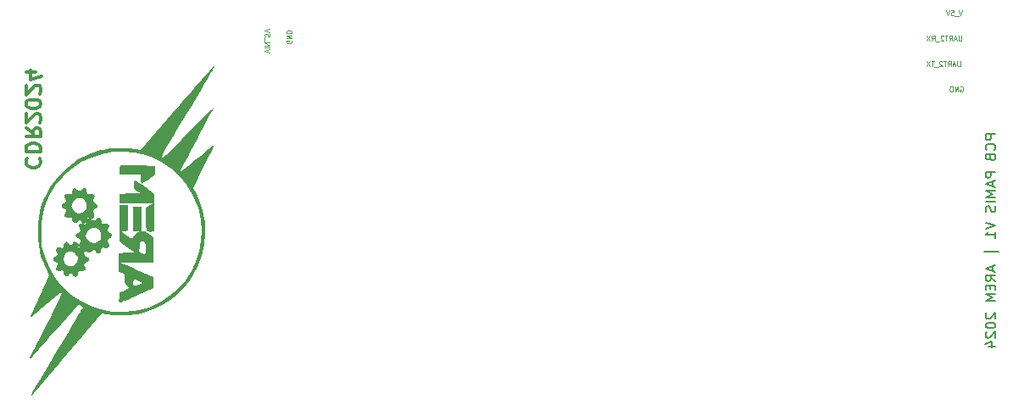
<source format=gbr>
%TF.GenerationSoftware,KiCad,Pcbnew,8.0.0*%
%TF.CreationDate,2024-03-29T21:56:35+01:00*%
%TF.ProjectId,carte_generale,63617274-655f-4676-956e-6572616c652e,Cyril_ Eliott*%
%TF.SameCoordinates,Original*%
%TF.FileFunction,Legend,Bot*%
%TF.FilePolarity,Positive*%
%FSLAX46Y46*%
G04 Gerber Fmt 4.6, Leading zero omitted, Abs format (unit mm)*
G04 Created by KiCad (PCBNEW 8.0.0) date 2024-03-29 21:56:35*
%MOMM*%
%LPD*%
G01*
G04 APERTURE LIST*
%ADD10C,0.150000*%
%ADD11C,0.300000*%
%ADD12C,0.125000*%
%ADD13C,0.000000*%
G04 APERTURE END LIST*
D10*
X244869819Y-76336779D02*
X243869819Y-76336779D01*
X243869819Y-76336779D02*
X243869819Y-76717731D01*
X243869819Y-76717731D02*
X243917438Y-76812969D01*
X243917438Y-76812969D02*
X243965057Y-76860588D01*
X243965057Y-76860588D02*
X244060295Y-76908207D01*
X244060295Y-76908207D02*
X244203152Y-76908207D01*
X244203152Y-76908207D02*
X244298390Y-76860588D01*
X244298390Y-76860588D02*
X244346009Y-76812969D01*
X244346009Y-76812969D02*
X244393628Y-76717731D01*
X244393628Y-76717731D02*
X244393628Y-76336779D01*
X244774580Y-77908207D02*
X244822200Y-77860588D01*
X244822200Y-77860588D02*
X244869819Y-77717731D01*
X244869819Y-77717731D02*
X244869819Y-77622493D01*
X244869819Y-77622493D02*
X244822200Y-77479636D01*
X244822200Y-77479636D02*
X244726961Y-77384398D01*
X244726961Y-77384398D02*
X244631723Y-77336779D01*
X244631723Y-77336779D02*
X244441247Y-77289160D01*
X244441247Y-77289160D02*
X244298390Y-77289160D01*
X244298390Y-77289160D02*
X244107914Y-77336779D01*
X244107914Y-77336779D02*
X244012676Y-77384398D01*
X244012676Y-77384398D02*
X243917438Y-77479636D01*
X243917438Y-77479636D02*
X243869819Y-77622493D01*
X243869819Y-77622493D02*
X243869819Y-77717731D01*
X243869819Y-77717731D02*
X243917438Y-77860588D01*
X243917438Y-77860588D02*
X243965057Y-77908207D01*
X244346009Y-78670112D02*
X244393628Y-78812969D01*
X244393628Y-78812969D02*
X244441247Y-78860588D01*
X244441247Y-78860588D02*
X244536485Y-78908207D01*
X244536485Y-78908207D02*
X244679342Y-78908207D01*
X244679342Y-78908207D02*
X244774580Y-78860588D01*
X244774580Y-78860588D02*
X244822200Y-78812969D01*
X244822200Y-78812969D02*
X244869819Y-78717731D01*
X244869819Y-78717731D02*
X244869819Y-78336779D01*
X244869819Y-78336779D02*
X243869819Y-78336779D01*
X243869819Y-78336779D02*
X243869819Y-78670112D01*
X243869819Y-78670112D02*
X243917438Y-78765350D01*
X243917438Y-78765350D02*
X243965057Y-78812969D01*
X243965057Y-78812969D02*
X244060295Y-78860588D01*
X244060295Y-78860588D02*
X244155533Y-78860588D01*
X244155533Y-78860588D02*
X244250771Y-78812969D01*
X244250771Y-78812969D02*
X244298390Y-78765350D01*
X244298390Y-78765350D02*
X244346009Y-78670112D01*
X244346009Y-78670112D02*
X244346009Y-78336779D01*
X244869819Y-80098684D02*
X243869819Y-80098684D01*
X243869819Y-80098684D02*
X243869819Y-80479636D01*
X243869819Y-80479636D02*
X243917438Y-80574874D01*
X243917438Y-80574874D02*
X243965057Y-80622493D01*
X243965057Y-80622493D02*
X244060295Y-80670112D01*
X244060295Y-80670112D02*
X244203152Y-80670112D01*
X244203152Y-80670112D02*
X244298390Y-80622493D01*
X244298390Y-80622493D02*
X244346009Y-80574874D01*
X244346009Y-80574874D02*
X244393628Y-80479636D01*
X244393628Y-80479636D02*
X244393628Y-80098684D01*
X244584104Y-81051065D02*
X244584104Y-81527255D01*
X244869819Y-80955827D02*
X243869819Y-81289160D01*
X243869819Y-81289160D02*
X244869819Y-81622493D01*
X244869819Y-81955827D02*
X243869819Y-81955827D01*
X243869819Y-81955827D02*
X244584104Y-82289160D01*
X244584104Y-82289160D02*
X243869819Y-82622493D01*
X243869819Y-82622493D02*
X244869819Y-82622493D01*
X244869819Y-83098684D02*
X243869819Y-83098684D01*
X244822200Y-83527255D02*
X244869819Y-83670112D01*
X244869819Y-83670112D02*
X244869819Y-83908207D01*
X244869819Y-83908207D02*
X244822200Y-84003445D01*
X244822200Y-84003445D02*
X244774580Y-84051064D01*
X244774580Y-84051064D02*
X244679342Y-84098683D01*
X244679342Y-84098683D02*
X244584104Y-84098683D01*
X244584104Y-84098683D02*
X244488866Y-84051064D01*
X244488866Y-84051064D02*
X244441247Y-84003445D01*
X244441247Y-84003445D02*
X244393628Y-83908207D01*
X244393628Y-83908207D02*
X244346009Y-83717731D01*
X244346009Y-83717731D02*
X244298390Y-83622493D01*
X244298390Y-83622493D02*
X244250771Y-83574874D01*
X244250771Y-83574874D02*
X244155533Y-83527255D01*
X244155533Y-83527255D02*
X244060295Y-83527255D01*
X244060295Y-83527255D02*
X243965057Y-83574874D01*
X243965057Y-83574874D02*
X243917438Y-83622493D01*
X243917438Y-83622493D02*
X243869819Y-83717731D01*
X243869819Y-83717731D02*
X243869819Y-83955826D01*
X243869819Y-83955826D02*
X243917438Y-84098683D01*
X243869819Y-85146303D02*
X244869819Y-85479636D01*
X244869819Y-85479636D02*
X243869819Y-85812969D01*
X244869819Y-86670112D02*
X244869819Y-86098684D01*
X244869819Y-86384398D02*
X243869819Y-86384398D01*
X243869819Y-86384398D02*
X244012676Y-86289160D01*
X244012676Y-86289160D02*
X244107914Y-86193922D01*
X244107914Y-86193922D02*
X244155533Y-86098684D01*
X245203152Y-88098684D02*
X243774580Y-88098684D01*
X244584104Y-89527256D02*
X244584104Y-90003446D01*
X244869819Y-89432018D02*
X243869819Y-89765351D01*
X243869819Y-89765351D02*
X244869819Y-90098684D01*
X244869819Y-91003446D02*
X244393628Y-90670113D01*
X244869819Y-90432018D02*
X243869819Y-90432018D01*
X243869819Y-90432018D02*
X243869819Y-90812970D01*
X243869819Y-90812970D02*
X243917438Y-90908208D01*
X243917438Y-90908208D02*
X243965057Y-90955827D01*
X243965057Y-90955827D02*
X244060295Y-91003446D01*
X244060295Y-91003446D02*
X244203152Y-91003446D01*
X244203152Y-91003446D02*
X244298390Y-90955827D01*
X244298390Y-90955827D02*
X244346009Y-90908208D01*
X244346009Y-90908208D02*
X244393628Y-90812970D01*
X244393628Y-90812970D02*
X244393628Y-90432018D01*
X244346009Y-91432018D02*
X244346009Y-91765351D01*
X244869819Y-91908208D02*
X244869819Y-91432018D01*
X244869819Y-91432018D02*
X243869819Y-91432018D01*
X243869819Y-91432018D02*
X243869819Y-91908208D01*
X244869819Y-92336780D02*
X243869819Y-92336780D01*
X243869819Y-92336780D02*
X244584104Y-92670113D01*
X244584104Y-92670113D02*
X243869819Y-93003446D01*
X243869819Y-93003446D02*
X244869819Y-93003446D01*
X243965057Y-94193923D02*
X243917438Y-94241542D01*
X243917438Y-94241542D02*
X243869819Y-94336780D01*
X243869819Y-94336780D02*
X243869819Y-94574875D01*
X243869819Y-94574875D02*
X243917438Y-94670113D01*
X243917438Y-94670113D02*
X243965057Y-94717732D01*
X243965057Y-94717732D02*
X244060295Y-94765351D01*
X244060295Y-94765351D02*
X244155533Y-94765351D01*
X244155533Y-94765351D02*
X244298390Y-94717732D01*
X244298390Y-94717732D02*
X244869819Y-94146304D01*
X244869819Y-94146304D02*
X244869819Y-94765351D01*
X243869819Y-95384399D02*
X243869819Y-95479637D01*
X243869819Y-95479637D02*
X243917438Y-95574875D01*
X243917438Y-95574875D02*
X243965057Y-95622494D01*
X243965057Y-95622494D02*
X244060295Y-95670113D01*
X244060295Y-95670113D02*
X244250771Y-95717732D01*
X244250771Y-95717732D02*
X244488866Y-95717732D01*
X244488866Y-95717732D02*
X244679342Y-95670113D01*
X244679342Y-95670113D02*
X244774580Y-95622494D01*
X244774580Y-95622494D02*
X244822200Y-95574875D01*
X244822200Y-95574875D02*
X244869819Y-95479637D01*
X244869819Y-95479637D02*
X244869819Y-95384399D01*
X244869819Y-95384399D02*
X244822200Y-95289161D01*
X244822200Y-95289161D02*
X244774580Y-95241542D01*
X244774580Y-95241542D02*
X244679342Y-95193923D01*
X244679342Y-95193923D02*
X244488866Y-95146304D01*
X244488866Y-95146304D02*
X244250771Y-95146304D01*
X244250771Y-95146304D02*
X244060295Y-95193923D01*
X244060295Y-95193923D02*
X243965057Y-95241542D01*
X243965057Y-95241542D02*
X243917438Y-95289161D01*
X243917438Y-95289161D02*
X243869819Y-95384399D01*
X243965057Y-96098685D02*
X243917438Y-96146304D01*
X243917438Y-96146304D02*
X243869819Y-96241542D01*
X243869819Y-96241542D02*
X243869819Y-96479637D01*
X243869819Y-96479637D02*
X243917438Y-96574875D01*
X243917438Y-96574875D02*
X243965057Y-96622494D01*
X243965057Y-96622494D02*
X244060295Y-96670113D01*
X244060295Y-96670113D02*
X244155533Y-96670113D01*
X244155533Y-96670113D02*
X244298390Y-96622494D01*
X244298390Y-96622494D02*
X244869819Y-96051066D01*
X244869819Y-96051066D02*
X244869819Y-96670113D01*
X244203152Y-97527256D02*
X244869819Y-97527256D01*
X243822200Y-97289161D02*
X244536485Y-97051066D01*
X244536485Y-97051066D02*
X244536485Y-97670113D01*
D11*
X148170028Y-78725346D02*
X148098600Y-78796774D01*
X148098600Y-78796774D02*
X148027171Y-79011060D01*
X148027171Y-79011060D02*
X148027171Y-79153917D01*
X148027171Y-79153917D02*
X148098600Y-79368203D01*
X148098600Y-79368203D02*
X148241457Y-79511060D01*
X148241457Y-79511060D02*
X148384314Y-79582489D01*
X148384314Y-79582489D02*
X148670028Y-79653917D01*
X148670028Y-79653917D02*
X148884314Y-79653917D01*
X148884314Y-79653917D02*
X149170028Y-79582489D01*
X149170028Y-79582489D02*
X149312885Y-79511060D01*
X149312885Y-79511060D02*
X149455742Y-79368203D01*
X149455742Y-79368203D02*
X149527171Y-79153917D01*
X149527171Y-79153917D02*
X149527171Y-79011060D01*
X149527171Y-79011060D02*
X149455742Y-78796774D01*
X149455742Y-78796774D02*
X149384314Y-78725346D01*
X148027171Y-78082489D02*
X149527171Y-78082489D01*
X149527171Y-78082489D02*
X149527171Y-77725346D01*
X149527171Y-77725346D02*
X149455742Y-77511060D01*
X149455742Y-77511060D02*
X149312885Y-77368203D01*
X149312885Y-77368203D02*
X149170028Y-77296774D01*
X149170028Y-77296774D02*
X148884314Y-77225346D01*
X148884314Y-77225346D02*
X148670028Y-77225346D01*
X148670028Y-77225346D02*
X148384314Y-77296774D01*
X148384314Y-77296774D02*
X148241457Y-77368203D01*
X148241457Y-77368203D02*
X148098600Y-77511060D01*
X148098600Y-77511060D02*
X148027171Y-77725346D01*
X148027171Y-77725346D02*
X148027171Y-78082489D01*
X148027171Y-75725346D02*
X148741457Y-76225346D01*
X148027171Y-76582489D02*
X149527171Y-76582489D01*
X149527171Y-76582489D02*
X149527171Y-76011060D01*
X149527171Y-76011060D02*
X149455742Y-75868203D01*
X149455742Y-75868203D02*
X149384314Y-75796774D01*
X149384314Y-75796774D02*
X149241457Y-75725346D01*
X149241457Y-75725346D02*
X149027171Y-75725346D01*
X149027171Y-75725346D02*
X148884314Y-75796774D01*
X148884314Y-75796774D02*
X148812885Y-75868203D01*
X148812885Y-75868203D02*
X148741457Y-76011060D01*
X148741457Y-76011060D02*
X148741457Y-76582489D01*
X149384314Y-75153917D02*
X149455742Y-75082489D01*
X149455742Y-75082489D02*
X149527171Y-74939632D01*
X149527171Y-74939632D02*
X149527171Y-74582489D01*
X149527171Y-74582489D02*
X149455742Y-74439632D01*
X149455742Y-74439632D02*
X149384314Y-74368203D01*
X149384314Y-74368203D02*
X149241457Y-74296774D01*
X149241457Y-74296774D02*
X149098600Y-74296774D01*
X149098600Y-74296774D02*
X148884314Y-74368203D01*
X148884314Y-74368203D02*
X148027171Y-75225346D01*
X148027171Y-75225346D02*
X148027171Y-74296774D01*
X149527171Y-73368203D02*
X149527171Y-73225346D01*
X149527171Y-73225346D02*
X149455742Y-73082489D01*
X149455742Y-73082489D02*
X149384314Y-73011061D01*
X149384314Y-73011061D02*
X149241457Y-72939632D01*
X149241457Y-72939632D02*
X148955742Y-72868203D01*
X148955742Y-72868203D02*
X148598600Y-72868203D01*
X148598600Y-72868203D02*
X148312885Y-72939632D01*
X148312885Y-72939632D02*
X148170028Y-73011061D01*
X148170028Y-73011061D02*
X148098600Y-73082489D01*
X148098600Y-73082489D02*
X148027171Y-73225346D01*
X148027171Y-73225346D02*
X148027171Y-73368203D01*
X148027171Y-73368203D02*
X148098600Y-73511061D01*
X148098600Y-73511061D02*
X148170028Y-73582489D01*
X148170028Y-73582489D02*
X148312885Y-73653918D01*
X148312885Y-73653918D02*
X148598600Y-73725346D01*
X148598600Y-73725346D02*
X148955742Y-73725346D01*
X148955742Y-73725346D02*
X149241457Y-73653918D01*
X149241457Y-73653918D02*
X149384314Y-73582489D01*
X149384314Y-73582489D02*
X149455742Y-73511061D01*
X149455742Y-73511061D02*
X149527171Y-73368203D01*
X149384314Y-72296775D02*
X149455742Y-72225347D01*
X149455742Y-72225347D02*
X149527171Y-72082490D01*
X149527171Y-72082490D02*
X149527171Y-71725347D01*
X149527171Y-71725347D02*
X149455742Y-71582490D01*
X149455742Y-71582490D02*
X149384314Y-71511061D01*
X149384314Y-71511061D02*
X149241457Y-71439632D01*
X149241457Y-71439632D02*
X149098600Y-71439632D01*
X149098600Y-71439632D02*
X148884314Y-71511061D01*
X148884314Y-71511061D02*
X148027171Y-72368204D01*
X148027171Y-72368204D02*
X148027171Y-71439632D01*
X149027171Y-70153919D02*
X148027171Y-70153919D01*
X149598600Y-70511061D02*
X148527171Y-70868204D01*
X148527171Y-70868204D02*
X148527171Y-69939633D01*
D12*
X241344811Y-71592119D02*
X241392430Y-71568309D01*
X241392430Y-71568309D02*
X241463859Y-71568309D01*
X241463859Y-71568309D02*
X241535287Y-71592119D01*
X241535287Y-71592119D02*
X241582906Y-71639738D01*
X241582906Y-71639738D02*
X241606716Y-71687357D01*
X241606716Y-71687357D02*
X241630525Y-71782595D01*
X241630525Y-71782595D02*
X241630525Y-71854023D01*
X241630525Y-71854023D02*
X241606716Y-71949261D01*
X241606716Y-71949261D02*
X241582906Y-71996880D01*
X241582906Y-71996880D02*
X241535287Y-72044500D01*
X241535287Y-72044500D02*
X241463859Y-72068309D01*
X241463859Y-72068309D02*
X241416240Y-72068309D01*
X241416240Y-72068309D02*
X241344811Y-72044500D01*
X241344811Y-72044500D02*
X241321002Y-72020690D01*
X241321002Y-72020690D02*
X241321002Y-71854023D01*
X241321002Y-71854023D02*
X241416240Y-71854023D01*
X241106716Y-72068309D02*
X241106716Y-71568309D01*
X241106716Y-71568309D02*
X240821002Y-72068309D01*
X240821002Y-72068309D02*
X240821002Y-71568309D01*
X240582906Y-72068309D02*
X240582906Y-71568309D01*
X240582906Y-71568309D02*
X240463858Y-71568309D01*
X240463858Y-71568309D02*
X240392430Y-71592119D01*
X240392430Y-71592119D02*
X240344811Y-71639738D01*
X240344811Y-71639738D02*
X240321001Y-71687357D01*
X240321001Y-71687357D02*
X240297192Y-71782595D01*
X240297192Y-71782595D02*
X240297192Y-71854023D01*
X240297192Y-71854023D02*
X240321001Y-71949261D01*
X240321001Y-71949261D02*
X240344811Y-71996880D01*
X240344811Y-71996880D02*
X240392430Y-72044500D01*
X240392430Y-72044500D02*
X240463858Y-72068309D01*
X240463858Y-72068309D02*
X240582906Y-72068309D01*
X241551144Y-63948309D02*
X241384478Y-64448309D01*
X241384478Y-64448309D02*
X241217811Y-63948309D01*
X241170193Y-64495928D02*
X240789240Y-64495928D01*
X240432098Y-63948309D02*
X240670193Y-63948309D01*
X240670193Y-63948309D02*
X240694002Y-64186404D01*
X240694002Y-64186404D02*
X240670193Y-64162595D01*
X240670193Y-64162595D02*
X240622574Y-64138785D01*
X240622574Y-64138785D02*
X240503526Y-64138785D01*
X240503526Y-64138785D02*
X240455907Y-64162595D01*
X240455907Y-64162595D02*
X240432098Y-64186404D01*
X240432098Y-64186404D02*
X240408288Y-64234023D01*
X240408288Y-64234023D02*
X240408288Y-64353071D01*
X240408288Y-64353071D02*
X240432098Y-64400690D01*
X240432098Y-64400690D02*
X240455907Y-64424500D01*
X240455907Y-64424500D02*
X240503526Y-64448309D01*
X240503526Y-64448309D02*
X240622574Y-64448309D01*
X240622574Y-64448309D02*
X240670193Y-64424500D01*
X240670193Y-64424500D02*
X240694002Y-64400690D01*
X240265431Y-63948309D02*
X240098765Y-64448309D01*
X240098765Y-64448309D02*
X239932098Y-63948309D01*
X174533880Y-66973811D02*
X174557690Y-67021430D01*
X174557690Y-67021430D02*
X174557690Y-67092859D01*
X174557690Y-67092859D02*
X174533880Y-67164287D01*
X174533880Y-67164287D02*
X174486261Y-67211906D01*
X174486261Y-67211906D02*
X174438642Y-67235716D01*
X174438642Y-67235716D02*
X174343404Y-67259525D01*
X174343404Y-67259525D02*
X174271976Y-67259525D01*
X174271976Y-67259525D02*
X174176738Y-67235716D01*
X174176738Y-67235716D02*
X174129119Y-67211906D01*
X174129119Y-67211906D02*
X174081500Y-67164287D01*
X174081500Y-67164287D02*
X174057690Y-67092859D01*
X174057690Y-67092859D02*
X174057690Y-67045240D01*
X174057690Y-67045240D02*
X174081500Y-66973811D01*
X174081500Y-66973811D02*
X174105309Y-66950002D01*
X174105309Y-66950002D02*
X174271976Y-66950002D01*
X174271976Y-66950002D02*
X174271976Y-67045240D01*
X174057690Y-66735716D02*
X174557690Y-66735716D01*
X174557690Y-66735716D02*
X174057690Y-66450002D01*
X174057690Y-66450002D02*
X174557690Y-66450002D01*
X174057690Y-66211906D02*
X174557690Y-66211906D01*
X174557690Y-66211906D02*
X174557690Y-66092858D01*
X174557690Y-66092858D02*
X174533880Y-66021430D01*
X174533880Y-66021430D02*
X174486261Y-65973811D01*
X174486261Y-65973811D02*
X174438642Y-65950001D01*
X174438642Y-65950001D02*
X174343404Y-65926192D01*
X174343404Y-65926192D02*
X174271976Y-65926192D01*
X174271976Y-65926192D02*
X174176738Y-65950001D01*
X174176738Y-65950001D02*
X174129119Y-65973811D01*
X174129119Y-65973811D02*
X174081500Y-66021430D01*
X174081500Y-66021430D02*
X174057690Y-66092858D01*
X174057690Y-66092858D02*
X174057690Y-66211906D01*
X241479716Y-66488309D02*
X241479716Y-66893071D01*
X241479716Y-66893071D02*
X241455906Y-66940690D01*
X241455906Y-66940690D02*
X241432097Y-66964500D01*
X241432097Y-66964500D02*
X241384478Y-66988309D01*
X241384478Y-66988309D02*
X241289240Y-66988309D01*
X241289240Y-66988309D02*
X241241621Y-66964500D01*
X241241621Y-66964500D02*
X241217811Y-66940690D01*
X241217811Y-66940690D02*
X241194002Y-66893071D01*
X241194002Y-66893071D02*
X241194002Y-66488309D01*
X240979715Y-66845452D02*
X240741620Y-66845452D01*
X241027334Y-66988309D02*
X240860668Y-66488309D01*
X240860668Y-66488309D02*
X240694001Y-66988309D01*
X240241621Y-66988309D02*
X240408287Y-66750214D01*
X240527335Y-66988309D02*
X240527335Y-66488309D01*
X240527335Y-66488309D02*
X240336859Y-66488309D01*
X240336859Y-66488309D02*
X240289240Y-66512119D01*
X240289240Y-66512119D02*
X240265430Y-66535928D01*
X240265430Y-66535928D02*
X240241621Y-66583547D01*
X240241621Y-66583547D02*
X240241621Y-66654976D01*
X240241621Y-66654976D02*
X240265430Y-66702595D01*
X240265430Y-66702595D02*
X240289240Y-66726404D01*
X240289240Y-66726404D02*
X240336859Y-66750214D01*
X240336859Y-66750214D02*
X240527335Y-66750214D01*
X240098763Y-66488309D02*
X239813049Y-66488309D01*
X239955906Y-66988309D02*
X239955906Y-66488309D01*
X239670192Y-66535928D02*
X239646383Y-66512119D01*
X239646383Y-66512119D02*
X239598764Y-66488309D01*
X239598764Y-66488309D02*
X239479716Y-66488309D01*
X239479716Y-66488309D02*
X239432097Y-66512119D01*
X239432097Y-66512119D02*
X239408288Y-66535928D01*
X239408288Y-66535928D02*
X239384478Y-66583547D01*
X239384478Y-66583547D02*
X239384478Y-66631166D01*
X239384478Y-66631166D02*
X239408288Y-66702595D01*
X239408288Y-66702595D02*
X239694002Y-66988309D01*
X239694002Y-66988309D02*
X239384478Y-66988309D01*
X239289241Y-67035928D02*
X238908288Y-67035928D01*
X238503527Y-66988309D02*
X238670193Y-66750214D01*
X238789241Y-66988309D02*
X238789241Y-66488309D01*
X238789241Y-66488309D02*
X238598765Y-66488309D01*
X238598765Y-66488309D02*
X238551146Y-66512119D01*
X238551146Y-66512119D02*
X238527336Y-66535928D01*
X238527336Y-66535928D02*
X238503527Y-66583547D01*
X238503527Y-66583547D02*
X238503527Y-66654976D01*
X238503527Y-66654976D02*
X238527336Y-66702595D01*
X238527336Y-66702595D02*
X238551146Y-66726404D01*
X238551146Y-66726404D02*
X238598765Y-66750214D01*
X238598765Y-66750214D02*
X238789241Y-66750214D01*
X238336860Y-66488309D02*
X238003527Y-66988309D01*
X238003527Y-66488309D02*
X238336860Y-66988309D01*
X241352716Y-69028309D02*
X241352716Y-69433071D01*
X241352716Y-69433071D02*
X241328906Y-69480690D01*
X241328906Y-69480690D02*
X241305097Y-69504500D01*
X241305097Y-69504500D02*
X241257478Y-69528309D01*
X241257478Y-69528309D02*
X241162240Y-69528309D01*
X241162240Y-69528309D02*
X241114621Y-69504500D01*
X241114621Y-69504500D02*
X241090811Y-69480690D01*
X241090811Y-69480690D02*
X241067002Y-69433071D01*
X241067002Y-69433071D02*
X241067002Y-69028309D01*
X240852715Y-69385452D02*
X240614620Y-69385452D01*
X240900334Y-69528309D02*
X240733668Y-69028309D01*
X240733668Y-69028309D02*
X240567001Y-69528309D01*
X240114621Y-69528309D02*
X240281287Y-69290214D01*
X240400335Y-69528309D02*
X240400335Y-69028309D01*
X240400335Y-69028309D02*
X240209859Y-69028309D01*
X240209859Y-69028309D02*
X240162240Y-69052119D01*
X240162240Y-69052119D02*
X240138430Y-69075928D01*
X240138430Y-69075928D02*
X240114621Y-69123547D01*
X240114621Y-69123547D02*
X240114621Y-69194976D01*
X240114621Y-69194976D02*
X240138430Y-69242595D01*
X240138430Y-69242595D02*
X240162240Y-69266404D01*
X240162240Y-69266404D02*
X240209859Y-69290214D01*
X240209859Y-69290214D02*
X240400335Y-69290214D01*
X239971763Y-69028309D02*
X239686049Y-69028309D01*
X239828906Y-69528309D02*
X239828906Y-69028309D01*
X239543192Y-69075928D02*
X239519383Y-69052119D01*
X239519383Y-69052119D02*
X239471764Y-69028309D01*
X239471764Y-69028309D02*
X239352716Y-69028309D01*
X239352716Y-69028309D02*
X239305097Y-69052119D01*
X239305097Y-69052119D02*
X239281288Y-69075928D01*
X239281288Y-69075928D02*
X239257478Y-69123547D01*
X239257478Y-69123547D02*
X239257478Y-69171166D01*
X239257478Y-69171166D02*
X239281288Y-69242595D01*
X239281288Y-69242595D02*
X239567002Y-69528309D01*
X239567002Y-69528309D02*
X239257478Y-69528309D01*
X239162241Y-69575928D02*
X238781288Y-69575928D01*
X238733669Y-69028309D02*
X238447955Y-69028309D01*
X238590812Y-69528309D02*
X238590812Y-69028309D01*
X238328908Y-69028309D02*
X237995575Y-69528309D01*
X237995575Y-69028309D02*
X238328908Y-69528309D01*
X172398690Y-68196144D02*
X171898690Y-68029478D01*
X171898690Y-68029478D02*
X172398690Y-67862811D01*
X171898690Y-67696145D02*
X172398690Y-67696145D01*
X171898690Y-67458050D02*
X172398690Y-67458050D01*
X172398690Y-67458050D02*
X171898690Y-67172336D01*
X171898690Y-67172336D02*
X172398690Y-67172336D01*
X171851071Y-67053288D02*
X171851071Y-66672335D01*
X172398690Y-66315193D02*
X172398690Y-66553288D01*
X172398690Y-66553288D02*
X172160595Y-66577097D01*
X172160595Y-66577097D02*
X172184404Y-66553288D01*
X172184404Y-66553288D02*
X172208214Y-66505669D01*
X172208214Y-66505669D02*
X172208214Y-66386621D01*
X172208214Y-66386621D02*
X172184404Y-66339002D01*
X172184404Y-66339002D02*
X172160595Y-66315193D01*
X172160595Y-66315193D02*
X172112976Y-66291383D01*
X172112976Y-66291383D02*
X171993928Y-66291383D01*
X171993928Y-66291383D02*
X171946309Y-66315193D01*
X171946309Y-66315193D02*
X171922500Y-66339002D01*
X171922500Y-66339002D02*
X171898690Y-66386621D01*
X171898690Y-66386621D02*
X171898690Y-66505669D01*
X171898690Y-66505669D02*
X171922500Y-66553288D01*
X171922500Y-66553288D02*
X171946309Y-66577097D01*
X172398690Y-66148526D02*
X171898690Y-65981860D01*
X171898690Y-65981860D02*
X172398690Y-65815193D01*
D13*
%TO.C,Logo arem*%
G36*
X158283105Y-79420775D02*
G01*
X158747855Y-79429803D01*
X159269157Y-79445517D01*
X160963334Y-79505119D01*
X160960558Y-79936826D01*
X160957782Y-80368532D01*
X160302357Y-80813032D01*
X160143862Y-80919309D01*
X159875659Y-81093041D01*
X159678100Y-81212867D01*
X159585466Y-81257532D01*
X159560182Y-81216065D01*
X159534109Y-81046923D01*
X159524000Y-80791866D01*
X159524000Y-80326199D01*
X158465667Y-80326199D01*
X157407334Y-80326199D01*
X157407334Y-79907863D01*
X157412280Y-79763567D01*
X157442527Y-79545898D01*
X157491157Y-79437720D01*
X157498189Y-79434997D01*
X157631270Y-79423254D01*
X157901909Y-79418553D01*
X158283105Y-79420775D01*
G37*
G36*
X158989953Y-80956295D02*
G01*
X159114805Y-81034427D01*
X159341077Y-81190795D01*
X159639436Y-81404749D01*
X159980542Y-81655639D01*
X160867731Y-82315866D01*
X160852032Y-84178532D01*
X160836334Y-86041199D01*
X160637222Y-86069383D01*
X160484633Y-86076237D01*
X160235055Y-86046603D01*
X160196175Y-86036393D01*
X160127277Y-86005678D01*
X160080988Y-85942133D01*
X160052812Y-85818457D01*
X160038253Y-85607350D01*
X160032814Y-85281512D01*
X160032000Y-84813640D01*
X160032000Y-83631641D01*
X160391834Y-83439420D01*
X160751667Y-83247199D01*
X159079500Y-83224243D01*
X157407334Y-83201286D01*
X157407334Y-82740015D01*
X157407334Y-82278744D01*
X158438686Y-82254972D01*
X159470039Y-82231199D01*
X159159679Y-82019532D01*
X158966118Y-81878825D01*
X158835134Y-81729589D01*
X158797142Y-81546440D01*
X158822750Y-81263412D01*
X158837097Y-81171487D01*
X158896469Y-80985989D01*
X158981768Y-80952592D01*
X158989953Y-80956295D01*
G37*
G36*
X158254000Y-84681664D02*
G01*
X158254000Y-85989130D01*
X157909933Y-86015164D01*
X157565866Y-86041199D01*
X157997398Y-86362430D01*
X158210900Y-86518524D01*
X158440140Y-86669056D01*
X158583234Y-86726447D01*
X158666950Y-86699397D01*
X158718057Y-86596604D01*
X158739557Y-86549849D01*
X158878622Y-86379414D01*
X159084027Y-86209481D01*
X159393975Y-85998866D01*
X159077988Y-85998866D01*
X158762000Y-85998866D01*
X158762000Y-84766560D01*
X158762000Y-83534255D01*
X159164167Y-83560060D01*
X159566334Y-83585866D01*
X159549786Y-84792366D01*
X159548068Y-84920671D01*
X159544065Y-85357619D01*
X159547560Y-85657267D01*
X159561793Y-85845416D01*
X159590005Y-85947866D01*
X159635435Y-85990416D01*
X159701326Y-85998866D01*
X159900279Y-86037092D01*
X160190953Y-86166597D01*
X160466493Y-86349299D01*
X160656388Y-86544886D01*
X160672321Y-86570528D01*
X160725211Y-86691586D01*
X160759374Y-86860012D01*
X160777375Y-87106245D01*
X160781780Y-87460723D01*
X160775155Y-87953884D01*
X160751667Y-89145774D01*
X159864355Y-89144586D01*
X159100667Y-89143563D01*
X159016801Y-89143501D01*
X158525299Y-89145314D01*
X158107359Y-89150511D01*
X157786924Y-89158524D01*
X157587935Y-89168784D01*
X157534334Y-89180723D01*
X157542675Y-89184547D01*
X157670484Y-89242104D01*
X157923335Y-89355461D01*
X158276548Y-89513568D01*
X158705441Y-89705376D01*
X159185334Y-89919835D01*
X160751667Y-90619573D01*
X160776286Y-91169604D01*
X160800904Y-91719635D01*
X159209952Y-92411826D01*
X159107149Y-92456533D01*
X158863342Y-92562280D01*
X158624440Y-92665900D01*
X158193055Y-92852129D01*
X157838961Y-93004072D01*
X157588125Y-93110576D01*
X157466516Y-93160490D01*
X157387222Y-93175999D01*
X157343111Y-93124718D01*
X157330169Y-92971429D01*
X157339516Y-92682736D01*
X157365000Y-92148509D01*
X157893714Y-91931187D01*
X157896290Y-91930128D01*
X158161479Y-91814881D01*
X158350607Y-91720965D01*
X158422880Y-91668621D01*
X158421278Y-91662483D01*
X158338670Y-91585045D01*
X158169334Y-91473334D01*
X158048409Y-91393777D01*
X157959926Y-91285607D01*
X157932939Y-91163532D01*
X158762000Y-91163532D01*
X158762642Y-91230192D01*
X158785194Y-91410611D01*
X158863342Y-91482285D01*
X159028562Y-91455288D01*
X159312334Y-91339697D01*
X159651000Y-91189754D01*
X159294540Y-91007310D01*
X159182959Y-90952305D01*
X158972960Y-90860955D01*
X158850040Y-90824866D01*
X158830298Y-90833508D01*
X158781524Y-90951469D01*
X158762000Y-91163532D01*
X157932939Y-91163532D01*
X157922844Y-91117866D01*
X157915334Y-90835760D01*
X157915333Y-90828532D01*
X157909285Y-90553699D01*
X157874580Y-90393922D01*
X157786168Y-90296047D01*
X157619000Y-90206917D01*
X157322667Y-90065605D01*
X157322667Y-89135968D01*
X157322667Y-88206331D01*
X158131439Y-88182098D01*
X158940211Y-88157866D01*
X158647393Y-87949824D01*
X159363780Y-87949824D01*
X159382636Y-88109966D01*
X159438073Y-88189728D01*
X159541545Y-88230555D01*
X159659617Y-88260769D01*
X159864355Y-88288787D01*
X159976078Y-88230553D01*
X160022667Y-88058459D01*
X160032000Y-87744899D01*
X160013188Y-87397271D01*
X159941887Y-87155426D01*
X159805643Y-87039513D01*
X159592161Y-87029533D01*
X159586369Y-87030372D01*
X159483093Y-87061715D01*
X159422835Y-87143707D01*
X159390804Y-87315908D01*
X159372212Y-87617877D01*
X159370051Y-87667856D01*
X159363780Y-87949824D01*
X158647393Y-87949824D01*
X158152606Y-87598287D01*
X157365000Y-87038708D01*
X157369335Y-86031954D01*
X157371161Y-85725461D01*
X157376173Y-85182367D01*
X157382931Y-84646815D01*
X157390502Y-84199699D01*
X157407334Y-83374199D01*
X157830667Y-83374199D01*
X158254000Y-83374199D01*
X158254000Y-84681664D01*
G37*
G36*
X166862170Y-69510357D02*
G01*
X166856004Y-69624670D01*
X166855423Y-69626083D01*
X166799405Y-69728126D01*
X166664157Y-69961680D01*
X166457361Y-70313806D01*
X166186701Y-70771562D01*
X165859859Y-71322008D01*
X165484519Y-71952204D01*
X165068363Y-72649209D01*
X164619076Y-73400083D01*
X164144339Y-74191885D01*
X163873436Y-74643607D01*
X163346116Y-75525504D01*
X162899550Y-76276796D01*
X162528432Y-76906911D01*
X162227454Y-77425277D01*
X161991309Y-77841322D01*
X161814690Y-78164474D01*
X161692291Y-78404161D01*
X161618805Y-78569810D01*
X161588924Y-78670850D01*
X161597341Y-78716709D01*
X161617302Y-78723125D01*
X161691908Y-78694350D01*
X161819066Y-78601922D01*
X162007748Y-78437226D01*
X162266922Y-78191644D01*
X162605561Y-77856559D01*
X163032633Y-77423353D01*
X163557111Y-76883409D01*
X164187964Y-76228110D01*
X164482020Y-75922549D01*
X164992359Y-75396327D01*
X165460699Y-74918558D01*
X165874602Y-74501629D01*
X166221628Y-74157923D01*
X166489340Y-73899826D01*
X166665298Y-73739723D01*
X166737064Y-73690000D01*
X166752001Y-73701210D01*
X166773805Y-73791549D01*
X166709472Y-73901682D01*
X166534429Y-74211805D01*
X166311044Y-74617267D01*
X166049216Y-75099268D01*
X165758848Y-75639011D01*
X165449840Y-76217696D01*
X165132093Y-76816524D01*
X164815509Y-77416697D01*
X164509987Y-77999416D01*
X164225430Y-78545883D01*
X163971738Y-79037298D01*
X163758812Y-79454863D01*
X163596553Y-79779780D01*
X163494862Y-79993248D01*
X163463640Y-80076471D01*
X163501211Y-80067699D01*
X163651412Y-79970256D01*
X163898282Y-79784554D01*
X164223710Y-79524817D01*
X164609582Y-79205270D01*
X165037788Y-78840139D01*
X165477206Y-78461852D01*
X165928280Y-78078716D01*
X166272984Y-77793794D01*
X166522179Y-77598651D01*
X166686728Y-77484853D01*
X166777493Y-77443965D01*
X166805334Y-77467552D01*
X166804900Y-77469577D01*
X166762402Y-77568342D01*
X166656987Y-77797740D01*
X166497984Y-78137906D01*
X166294718Y-78568972D01*
X166056519Y-79071074D01*
X165792712Y-79624345D01*
X164780089Y-81743002D01*
X165067739Y-82325767D01*
X165308060Y-82857887D01*
X165677503Y-83968839D01*
X165889578Y-85109196D01*
X165944058Y-86261155D01*
X165840720Y-87406911D01*
X165579339Y-88528661D01*
X165159689Y-89608601D01*
X165072532Y-89788321D01*
X164870880Y-90179883D01*
X164673260Y-90536214D01*
X164512181Y-90797621D01*
X164396157Y-90957872D01*
X164067720Y-91355699D01*
X163665165Y-91792395D01*
X163230456Y-92225346D01*
X162805556Y-92611940D01*
X162432429Y-92909562D01*
X162227044Y-93049082D01*
X161625138Y-93399527D01*
X160945324Y-93730646D01*
X160251776Y-94012745D01*
X159608667Y-94216129D01*
X159593688Y-94219971D01*
X158972046Y-94340614D01*
X158260551Y-94417838D01*
X157738148Y-94439839D01*
X157521775Y-94448951D01*
X156818289Y-94431266D01*
X156212665Y-94362092D01*
X155568329Y-94246876D01*
X152124746Y-98335538D01*
X151989132Y-98496473D01*
X151391213Y-99203995D01*
X150826246Y-99869293D01*
X150303698Y-100481417D01*
X149833041Y-101029414D01*
X149423741Y-101502332D01*
X149085270Y-101889222D01*
X148827095Y-102179131D01*
X148658686Y-102361107D01*
X148589511Y-102424199D01*
X148554536Y-102379101D01*
X148620400Y-102233699D01*
X148651720Y-102182655D01*
X148766556Y-101991136D01*
X148953973Y-101676391D01*
X149205727Y-101252331D01*
X149513576Y-100732867D01*
X149869280Y-100131911D01*
X150264594Y-99463373D01*
X150691278Y-98741165D01*
X151141089Y-97979199D01*
X151427705Y-97493605D01*
X151863118Y-96756373D01*
X152269841Y-96068270D01*
X152639687Y-95443114D01*
X152964468Y-94894727D01*
X153235998Y-94436928D01*
X153446090Y-94083539D01*
X153586558Y-93848378D01*
X153649213Y-93745267D01*
X153703584Y-93639994D01*
X153675877Y-93544436D01*
X153518069Y-93436951D01*
X153276950Y-93298568D01*
X150918308Y-95993212D01*
X150640432Y-96310209D01*
X150154482Y-96862254D01*
X149708675Y-97365764D01*
X149314852Y-97807541D01*
X148984850Y-98174388D01*
X148730509Y-98453105D01*
X148563669Y-98630495D01*
X148496167Y-98693361D01*
X148493381Y-98693545D01*
X148432667Y-98639315D01*
X148445406Y-98607301D01*
X148524466Y-98442253D01*
X148668913Y-98151801D01*
X148870738Y-97751722D01*
X149121933Y-97257794D01*
X149414489Y-96685797D01*
X149740400Y-96051507D01*
X150091656Y-95370704D01*
X150421494Y-94729672D01*
X150813129Y-93958421D01*
X151134160Y-93312975D01*
X151382418Y-92797864D01*
X151555731Y-92417618D01*
X151651929Y-92176766D01*
X151668840Y-92079839D01*
X151602384Y-92091555D01*
X151414377Y-92209002D01*
X151114348Y-92436166D01*
X150707830Y-92768817D01*
X150200351Y-93202726D01*
X150052734Y-93330959D01*
X149646074Y-93684110D01*
X149282883Y-93999356D01*
X148984247Y-94258404D01*
X148771251Y-94442961D01*
X148664981Y-94534734D01*
X148559711Y-94603327D01*
X148464664Y-94610418D01*
X148464412Y-94610127D01*
X148486872Y-94520449D01*
X148573872Y-94298971D01*
X148716507Y-93966004D01*
X148905874Y-93541865D01*
X149133066Y-93046868D01*
X149389179Y-92501326D01*
X150365326Y-90443866D01*
X149995742Y-89681866D01*
X149992263Y-89674688D01*
X149722103Y-89080326D01*
X149522310Y-88540778D01*
X149383684Y-88011568D01*
X149297029Y-87448220D01*
X149253145Y-86806256D01*
X149246985Y-86349153D01*
X149548635Y-86349153D01*
X149574330Y-86940299D01*
X149630245Y-87438177D01*
X149768765Y-88066451D01*
X150082264Y-88987983D01*
X150511400Y-89897903D01*
X151033082Y-90749232D01*
X151624219Y-91494986D01*
X151693292Y-91569701D01*
X152531139Y-92344341D01*
X153458856Y-92983624D01*
X154459928Y-93483139D01*
X155517843Y-93838473D01*
X156616088Y-94045214D01*
X157738148Y-94098949D01*
X158867511Y-93995266D01*
X159987664Y-93729752D01*
X160478594Y-93558172D01*
X161493799Y-93080618D01*
X162414650Y-92476800D01*
X163233722Y-91760915D01*
X163943591Y-90947161D01*
X164536832Y-90049735D01*
X165006020Y-89082835D01*
X165343729Y-88060658D01*
X165542535Y-86997403D01*
X165595013Y-85907266D01*
X165493739Y-84804446D01*
X165231286Y-83703140D01*
X165152716Y-83465644D01*
X164690394Y-82379597D01*
X164093671Y-81393640D01*
X163369100Y-80514844D01*
X162523235Y-79750278D01*
X161562630Y-79107013D01*
X160493837Y-78592120D01*
X159980932Y-78408235D01*
X158900364Y-78149104D01*
X157798905Y-78046055D01*
X156695339Y-78095013D01*
X155608454Y-78291904D01*
X154557034Y-78632652D01*
X153559866Y-79113182D01*
X152635735Y-79729420D01*
X151803427Y-80477289D01*
X151705343Y-80580948D01*
X150967285Y-81485205D01*
X150383802Y-82452564D01*
X149947915Y-83496498D01*
X149652647Y-84630480D01*
X149647761Y-84656553D01*
X149585862Y-85143234D01*
X149552650Y-85728783D01*
X149548635Y-86349153D01*
X149246985Y-86349153D01*
X149242835Y-86041199D01*
X149243395Y-85940835D01*
X149260108Y-85229851D01*
X149304935Y-84637709D01*
X149386767Y-84120437D01*
X149514500Y-83634062D01*
X149697026Y-83134611D01*
X149943238Y-82578111D01*
X149999420Y-82459970D01*
X150460996Y-81615905D01*
X150994051Y-80867465D01*
X151643566Y-80150431D01*
X152292979Y-79562459D01*
X153265315Y-78875587D01*
X154322456Y-78334943D01*
X155460000Y-77943072D01*
X155747083Y-77871755D01*
X156075910Y-77810811D01*
X156430334Y-77772856D01*
X156858195Y-77753064D01*
X157407334Y-77746608D01*
X157527141Y-77746640D01*
X158006439Y-77752290D01*
X158452223Y-77765517D01*
X158819226Y-77784642D01*
X159062182Y-77807985D01*
X159489363Y-77872103D01*
X163117103Y-73680485D01*
X163364862Y-73394434D01*
X163978316Y-72688096D01*
X164556506Y-72025060D01*
X165090026Y-71415951D01*
X165569474Y-70871396D01*
X165985445Y-70402023D01*
X166328534Y-70018456D01*
X166589339Y-69731324D01*
X166758456Y-69551251D01*
X166826480Y-69488866D01*
X166862170Y-69510357D01*
G37*
G36*
X154047010Y-81805619D02*
G01*
X154105334Y-82016180D01*
X154142846Y-82212863D01*
X154281140Y-82311487D01*
X154539183Y-82300337D01*
X154643243Y-82290894D01*
X154834410Y-82353741D01*
X154913225Y-82508474D01*
X154851621Y-82717609D01*
X154850174Y-82719912D01*
X154762685Y-82953885D01*
X154808256Y-83132122D01*
X154978373Y-83220826D01*
X155117248Y-83285312D01*
X155190173Y-83477079D01*
X155194977Y-83532564D01*
X155159855Y-83684952D01*
X155005799Y-83759887D01*
X154815128Y-83854770D01*
X154735998Y-84031700D01*
X154814378Y-84258870D01*
X154835805Y-84295461D01*
X154877337Y-84498029D01*
X154805389Y-84661604D01*
X154641093Y-84728866D01*
X154629595Y-84728962D01*
X154553790Y-84755575D01*
X154613334Y-84855866D01*
X154712220Y-84944995D01*
X154882243Y-84963534D01*
X155047507Y-84813952D01*
X155165073Y-84703559D01*
X155337274Y-84682613D01*
X155484410Y-84791502D01*
X155561114Y-85012673D01*
X155565030Y-85050638D01*
X155601911Y-85204381D01*
X155700983Y-85267186D01*
X155915650Y-85279199D01*
X156126211Y-85300650D01*
X156318993Y-85393932D01*
X156375632Y-85542930D01*
X156279900Y-85727665D01*
X156279551Y-85728052D01*
X156179951Y-85926256D01*
X156238768Y-86096005D01*
X156445132Y-86205845D01*
X156495480Y-86220217D01*
X156617044Y-86308169D01*
X156629506Y-86488652D01*
X156574691Y-86658230D01*
X156419659Y-86744650D01*
X156413977Y-86745495D01*
X156231526Y-86836950D01*
X156180044Y-87014221D01*
X156269056Y-87245622D01*
X156340632Y-87365794D01*
X156354072Y-87482954D01*
X156260320Y-87611968D01*
X156251419Y-87621678D01*
X156107953Y-87721175D01*
X155950728Y-87682955D01*
X155770081Y-87626929D01*
X155608992Y-87695826D01*
X155529607Y-87910899D01*
X155481295Y-88064144D01*
X155309217Y-88210472D01*
X155250618Y-88229346D01*
X155118118Y-88217772D01*
X155020460Y-88071439D01*
X154892675Y-87898374D01*
X154801123Y-87888261D01*
X154748780Y-87882479D01*
X154613334Y-88030866D01*
X154577394Y-88083737D01*
X154420637Y-88184084D01*
X154250090Y-88181793D01*
X154135122Y-88071038D01*
X154087504Y-88005459D01*
X154077084Y-87991109D01*
X153968446Y-88039072D01*
X153940115Y-88064770D01*
X153849859Y-88245310D01*
X153908825Y-88422145D01*
X154105334Y-88551553D01*
X154106288Y-88551886D01*
X154301216Y-88664804D01*
X154359334Y-88835199D01*
X154359333Y-88835932D01*
X154300792Y-89006067D01*
X154105334Y-89118846D01*
X153916001Y-89228038D01*
X153858933Y-89400452D01*
X153955512Y-89639313D01*
X153966054Y-89656560D01*
X154012694Y-89806092D01*
X153923056Y-89942762D01*
X153915081Y-89950636D01*
X153774083Y-90033262D01*
X153605462Y-89982549D01*
X153442497Y-89925763D01*
X153375835Y-89952359D01*
X153305503Y-89980420D01*
X153258667Y-90177929D01*
X153233828Y-90324045D01*
X153124148Y-90488257D01*
X152968958Y-90568523D01*
X152814830Y-90545922D01*
X152708334Y-90401532D01*
X152612295Y-90260669D01*
X152464648Y-90254543D01*
X152419657Y-90295065D01*
X152305646Y-90397750D01*
X152192218Y-90503881D01*
X152019606Y-90529502D01*
X151878038Y-90428439D01*
X151819334Y-90219667D01*
X151771944Y-90007432D01*
X151630153Y-89914239D01*
X151413273Y-89968955D01*
X151392488Y-89979599D01*
X151243126Y-90003189D01*
X151097202Y-89890808D01*
X151021064Y-89799943D01*
X150994840Y-89695451D01*
X151086545Y-89569366D01*
X151093186Y-89561952D01*
X151214483Y-89351257D01*
X151171893Y-89181552D01*
X150966484Y-89057397D01*
X150891178Y-89028437D01*
X150752912Y-88927071D01*
X150743907Y-88855482D01*
X151756213Y-88855482D01*
X151841142Y-89162366D01*
X152086093Y-89418807D01*
X152123876Y-89443404D01*
X152419657Y-89536428D01*
X152723305Y-89495317D01*
X152992542Y-89342640D01*
X153185089Y-89100966D01*
X153258667Y-88792866D01*
X153211690Y-88560385D01*
X153011180Y-88278353D01*
X152972090Y-88241173D01*
X152671064Y-88061761D01*
X152364669Y-88040383D01*
X152084598Y-88172232D01*
X151862544Y-88452505D01*
X151834292Y-88511067D01*
X151756213Y-88855482D01*
X150743907Y-88855482D01*
X150733650Y-88773948D01*
X150782321Y-88647782D01*
X150956678Y-88553465D01*
X151144290Y-88474219D01*
X151202821Y-88310001D01*
X151113539Y-88082488D01*
X151070250Y-88012238D01*
X151027347Y-87866671D01*
X151094955Y-87726659D01*
X151132535Y-87679454D01*
X151246603Y-87616567D01*
X151418673Y-87667836D01*
X151626680Y-87711074D01*
X151769319Y-87615654D01*
X151791312Y-87512872D01*
X153258667Y-87512872D01*
X153261828Y-87537707D01*
X153343334Y-87649866D01*
X153375835Y-87663429D01*
X153428000Y-87617526D01*
X153424840Y-87592692D01*
X153389651Y-87544268D01*
X153875575Y-87544268D01*
X153876750Y-87585173D01*
X153981027Y-87729548D01*
X154016357Y-87774856D01*
X154087504Y-87835571D01*
X154105334Y-87759773D01*
X154091001Y-87692564D01*
X153978334Y-87576915D01*
X153976964Y-87576389D01*
X153888670Y-87548417D01*
X153875575Y-87544268D01*
X153389651Y-87544268D01*
X153343334Y-87480532D01*
X153310833Y-87466969D01*
X153258667Y-87512872D01*
X151791312Y-87512872D01*
X151819334Y-87381911D01*
X151851325Y-87250942D01*
X151982025Y-87103087D01*
X152059953Y-87071186D01*
X152180214Y-87096184D01*
X152321065Y-87248275D01*
X152497413Y-87480532D01*
X152687540Y-87256875D01*
X152763457Y-87174026D01*
X152908724Y-87082925D01*
X153068167Y-87105980D01*
X153188734Y-87175568D01*
X153258667Y-87282320D01*
X153261965Y-87303378D01*
X153312626Y-87295789D01*
X153395722Y-87202411D01*
X153473942Y-87072057D01*
X153509974Y-86953540D01*
X153509078Y-86943174D01*
X153427484Y-86833463D01*
X153253419Y-86715819D01*
X153086119Y-86584756D01*
X153016112Y-86422199D01*
X154026350Y-86422199D01*
X154102372Y-86745844D01*
X154279894Y-86980773D01*
X154524315Y-87124121D01*
X154801123Y-87175318D01*
X155075806Y-87133796D01*
X155313850Y-86998985D01*
X155480744Y-86770314D01*
X155541974Y-86447214D01*
X155540917Y-86407889D01*
X155505440Y-86162824D01*
X155436141Y-85991529D01*
X155315986Y-85865539D01*
X155026483Y-85711000D01*
X154710944Y-85686817D01*
X154415500Y-85791766D01*
X154186279Y-86024627D01*
X154165949Y-86059002D01*
X154123096Y-86148124D01*
X154064845Y-86269269D01*
X154026350Y-86422199D01*
X153016112Y-86422199D01*
X153012823Y-86414563D01*
X153064704Y-86265420D01*
X153242678Y-86182799D01*
X153425549Y-86109015D01*
X153486739Y-85951997D01*
X153397245Y-85735703D01*
X153360366Y-85671205D01*
X153328270Y-85469351D01*
X153401607Y-85304849D01*
X153409900Y-85301311D01*
X153775177Y-85301311D01*
X153888670Y-85321532D01*
X153940644Y-85315276D01*
X154058121Y-85244762D01*
X154050704Y-85206727D01*
X153936117Y-85212303D01*
X153816198Y-85253284D01*
X153775177Y-85301311D01*
X153409900Y-85301311D01*
X153560958Y-85236866D01*
X153577541Y-85236501D01*
X153644633Y-85197970D01*
X153597334Y-85067532D01*
X153479564Y-84930443D01*
X153329874Y-84923026D01*
X153321568Y-84922614D01*
X153159426Y-85078771D01*
X153034319Y-85196452D01*
X152863321Y-85215964D01*
X152723737Y-85110134D01*
X152666000Y-84897490D01*
X152641790Y-84735267D01*
X154105334Y-84735267D01*
X154123096Y-84765545D01*
X154232334Y-84759484D01*
X154292022Y-84727964D01*
X154359334Y-84637798D01*
X154341571Y-84607520D01*
X154232334Y-84613581D01*
X154172646Y-84645101D01*
X154105334Y-84735267D01*
X152641790Y-84735267D01*
X152633010Y-84676433D01*
X152518024Y-84593005D01*
X152300457Y-84638322D01*
X152278886Y-84646253D01*
X152095439Y-84667190D01*
X151941564Y-84554261D01*
X151868039Y-84466702D01*
X151841096Y-84362067D01*
X151933212Y-84235366D01*
X151939852Y-84227952D01*
X152061150Y-84017257D01*
X152018560Y-83847552D01*
X151813150Y-83723397D01*
X151737845Y-83694437D01*
X151599578Y-83593071D01*
X151585585Y-83481828D01*
X152594598Y-83481828D01*
X152630759Y-83599598D01*
X152729632Y-83796625D01*
X152812035Y-83930160D01*
X153050444Y-84136189D01*
X153329874Y-84215673D01*
X153612702Y-84177955D01*
X153861304Y-84032378D01*
X154038056Y-83788285D01*
X154105334Y-83455017D01*
X154075191Y-83221484D01*
X153932430Y-82943856D01*
X153705637Y-82763448D01*
X153431962Y-82687891D01*
X153148557Y-82724815D01*
X152892574Y-82881851D01*
X152701166Y-83166628D01*
X152696564Y-83177618D01*
X152617687Y-83366705D01*
X152594598Y-83481828D01*
X151585585Y-83481828D01*
X151580317Y-83439948D01*
X151628987Y-83313782D01*
X151803344Y-83219465D01*
X151990957Y-83140219D01*
X152049488Y-82976001D01*
X151960206Y-82748488D01*
X151895781Y-82616354D01*
X151905310Y-82430755D01*
X152054710Y-82316087D01*
X152328424Y-82291654D01*
X152332491Y-82291986D01*
X152529988Y-82293838D01*
X152616995Y-82227052D01*
X152649554Y-82049340D01*
X152698183Y-81874644D01*
X152831654Y-81735429D01*
X153001769Y-81721569D01*
X153163161Y-81850618D01*
X153291993Y-81983491D01*
X153451828Y-81995884D01*
X153611908Y-81838961D01*
X153734668Y-81722956D01*
X153906315Y-81701722D01*
X154047010Y-81805619D01*
G37*
%TD*%
M02*

</source>
